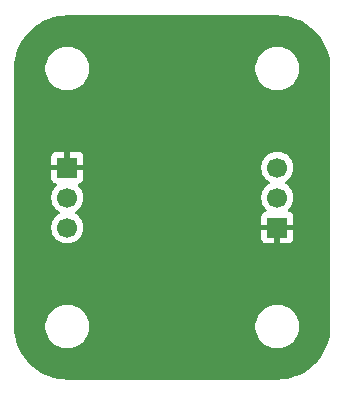
<source format=gbr>
%TF.GenerationSoftware,KiCad,Pcbnew,9.0.7*%
%TF.CreationDate,2026-01-27T19:55:09-08:00*%
%TF.ProjectId,gm_pogopin,676d5f70-6f67-46f7-9069-6e2e6b696361,rev?*%
%TF.SameCoordinates,Original*%
%TF.FileFunction,Copper,L2,Bot*%
%TF.FilePolarity,Positive*%
%FSLAX46Y46*%
G04 Gerber Fmt 4.6, Leading zero omitted, Abs format (unit mm)*
G04 Created by KiCad (PCBNEW 9.0.7) date 2026-01-27 19:55:09*
%MOMM*%
%LPD*%
G01*
G04 APERTURE LIST*
%TA.AperFunction,ComponentPad*%
%ADD10R,1.700000X1.700000*%
%TD*%
%TA.AperFunction,ComponentPad*%
%ADD11C,1.700000*%
%TD*%
%TA.AperFunction,ViaPad*%
%ADD12C,1.000000*%
%TD*%
G04 APERTURE END LIST*
D10*
%TO.P,J2,1,Pin_1*%
%TO.N,GND*%
X163830000Y-89662000D03*
D11*
%TO.P,J2,2,Pin_2*%
%TO.N,VCC*%
X163830000Y-87122000D03*
%TO.P,J2,3,Pin_3*%
%TO.N,/DATA2*%
X163830000Y-84582000D03*
%TD*%
D10*
%TO.P,J1,1,Pin_1*%
%TO.N,GND*%
X146050000Y-84582000D03*
D11*
%TO.P,J1,2,Pin_2*%
%TO.N,VCC*%
X146050000Y-87122000D03*
%TO.P,J1,3,Pin_3*%
%TO.N,/DATA1*%
X146050000Y-89662000D03*
%TD*%
D12*
%TO.N,GND*%
X157850000Y-83300000D03*
X146000000Y-80500000D03*
X163780000Y-80500000D03*
X163805000Y-93500000D03*
X146000000Y-93500000D03*
%TD*%
%TA.AperFunction,Conductor*%
%TO.N,GND*%
G36*
X163832702Y-71700617D02*
G01*
X164216771Y-71717386D01*
X164227506Y-71718326D01*
X164605971Y-71768152D01*
X164616597Y-71770025D01*
X164989284Y-71852648D01*
X164999710Y-71855442D01*
X165363765Y-71970227D01*
X165373911Y-71973920D01*
X165726578Y-72120000D01*
X165736369Y-72124566D01*
X166074942Y-72300816D01*
X166084310Y-72306224D01*
X166406244Y-72511318D01*
X166415105Y-72517523D01*
X166717930Y-72749889D01*
X166726217Y-72756843D01*
X167007635Y-73014715D01*
X167015284Y-73022364D01*
X167273156Y-73303782D01*
X167280110Y-73312069D01*
X167512476Y-73614894D01*
X167518681Y-73623755D01*
X167723775Y-73945689D01*
X167729183Y-73955057D01*
X167905430Y-74293623D01*
X167910002Y-74303427D01*
X168056075Y-74656078D01*
X168059775Y-74666244D01*
X168174554Y-75030278D01*
X168177354Y-75040727D01*
X168259971Y-75413389D01*
X168261849Y-75424042D01*
X168311671Y-75802473D01*
X168312614Y-75813249D01*
X168329382Y-76197297D01*
X168329500Y-76202706D01*
X168329500Y-98041293D01*
X168329382Y-98046702D01*
X168312614Y-98430750D01*
X168311671Y-98441526D01*
X168261849Y-98819957D01*
X168259971Y-98830610D01*
X168177354Y-99203272D01*
X168174554Y-99213721D01*
X168059775Y-99577755D01*
X168056075Y-99587921D01*
X167910002Y-99940572D01*
X167905430Y-99950376D01*
X167729183Y-100288942D01*
X167723775Y-100298310D01*
X167518681Y-100620244D01*
X167512476Y-100629105D01*
X167280110Y-100931930D01*
X167273156Y-100940217D01*
X167015284Y-101221635D01*
X167007635Y-101229284D01*
X166726217Y-101487156D01*
X166717930Y-101494110D01*
X166415105Y-101726476D01*
X166406244Y-101732681D01*
X166084310Y-101937775D01*
X166074942Y-101943183D01*
X165736376Y-102119430D01*
X165726572Y-102124002D01*
X165373921Y-102270075D01*
X165363755Y-102273775D01*
X164999721Y-102388554D01*
X164989272Y-102391354D01*
X164616610Y-102473971D01*
X164605957Y-102475849D01*
X164227526Y-102525671D01*
X164216750Y-102526614D01*
X163832703Y-102543382D01*
X163827294Y-102543500D01*
X146052706Y-102543500D01*
X146047297Y-102543382D01*
X145663249Y-102526614D01*
X145652473Y-102525671D01*
X145274042Y-102475849D01*
X145263389Y-102473971D01*
X144890727Y-102391354D01*
X144880278Y-102388554D01*
X144516244Y-102273775D01*
X144506078Y-102270075D01*
X144153427Y-102124002D01*
X144143623Y-102119430D01*
X143805057Y-101943183D01*
X143795689Y-101937775D01*
X143473755Y-101732681D01*
X143464894Y-101726476D01*
X143162069Y-101494110D01*
X143153782Y-101487156D01*
X142872364Y-101229284D01*
X142864715Y-101221635D01*
X142606843Y-100940217D01*
X142599889Y-100931930D01*
X142367523Y-100629105D01*
X142361318Y-100620244D01*
X142156224Y-100298310D01*
X142150816Y-100288942D01*
X141974569Y-99950376D01*
X141969997Y-99940572D01*
X141823920Y-99587911D01*
X141820224Y-99577755D01*
X141705442Y-99213710D01*
X141702648Y-99203284D01*
X141620025Y-98830597D01*
X141618152Y-98819971D01*
X141568326Y-98441506D01*
X141567386Y-98430771D01*
X141550618Y-98046702D01*
X141550500Y-98041293D01*
X141550500Y-97922711D01*
X144199500Y-97922711D01*
X144199500Y-98165288D01*
X144231161Y-98405785D01*
X144293947Y-98640104D01*
X144386773Y-98864205D01*
X144386776Y-98864212D01*
X144508064Y-99074289D01*
X144508066Y-99074292D01*
X144508067Y-99074293D01*
X144655733Y-99266736D01*
X144655739Y-99266743D01*
X144827256Y-99438260D01*
X144827262Y-99438265D01*
X145019711Y-99585936D01*
X145229788Y-99707224D01*
X145453900Y-99800054D01*
X145688211Y-99862838D01*
X145868586Y-99886584D01*
X145928711Y-99894500D01*
X145928712Y-99894500D01*
X146171289Y-99894500D01*
X146219388Y-99888167D01*
X146411789Y-99862838D01*
X146646100Y-99800054D01*
X146870212Y-99707224D01*
X147080289Y-99585936D01*
X147272738Y-99438265D01*
X147444265Y-99266738D01*
X147591936Y-99074289D01*
X147713224Y-98864212D01*
X147806054Y-98640100D01*
X147868838Y-98405789D01*
X147900500Y-98165288D01*
X147900500Y-97922712D01*
X147900500Y-97922711D01*
X161979500Y-97922711D01*
X161979500Y-98165288D01*
X162011161Y-98405785D01*
X162073947Y-98640104D01*
X162166773Y-98864205D01*
X162166776Y-98864212D01*
X162288064Y-99074289D01*
X162288066Y-99074292D01*
X162288067Y-99074293D01*
X162435733Y-99266736D01*
X162435739Y-99266743D01*
X162607256Y-99438260D01*
X162607262Y-99438265D01*
X162799711Y-99585936D01*
X163009788Y-99707224D01*
X163233900Y-99800054D01*
X163468211Y-99862838D01*
X163648586Y-99886584D01*
X163708711Y-99894500D01*
X163708712Y-99894500D01*
X163951289Y-99894500D01*
X163999388Y-99888167D01*
X164191789Y-99862838D01*
X164426100Y-99800054D01*
X164650212Y-99707224D01*
X164860289Y-99585936D01*
X165052738Y-99438265D01*
X165224265Y-99266738D01*
X165371936Y-99074289D01*
X165493224Y-98864212D01*
X165586054Y-98640100D01*
X165648838Y-98405789D01*
X165680500Y-98165288D01*
X165680500Y-97922712D01*
X165648838Y-97682211D01*
X165586054Y-97447900D01*
X165493224Y-97223788D01*
X165371936Y-97013711D01*
X165224265Y-96821262D01*
X165224260Y-96821256D01*
X165052743Y-96649739D01*
X165052736Y-96649733D01*
X164860293Y-96502067D01*
X164860292Y-96502066D01*
X164860289Y-96502064D01*
X164650212Y-96380776D01*
X164650205Y-96380773D01*
X164426104Y-96287947D01*
X164191785Y-96225161D01*
X163951289Y-96193500D01*
X163951288Y-96193500D01*
X163708712Y-96193500D01*
X163708711Y-96193500D01*
X163468214Y-96225161D01*
X163233895Y-96287947D01*
X163009794Y-96380773D01*
X163009785Y-96380777D01*
X162799706Y-96502067D01*
X162607263Y-96649733D01*
X162607256Y-96649739D01*
X162435739Y-96821256D01*
X162435733Y-96821263D01*
X162288067Y-97013706D01*
X162166777Y-97223785D01*
X162166773Y-97223794D01*
X162073947Y-97447895D01*
X162011161Y-97682214D01*
X161979500Y-97922711D01*
X147900500Y-97922711D01*
X147868838Y-97682211D01*
X147806054Y-97447900D01*
X147713224Y-97223788D01*
X147591936Y-97013711D01*
X147444265Y-96821262D01*
X147444260Y-96821256D01*
X147272743Y-96649739D01*
X147272736Y-96649733D01*
X147080293Y-96502067D01*
X147080292Y-96502066D01*
X147080289Y-96502064D01*
X146870212Y-96380776D01*
X146870205Y-96380773D01*
X146646104Y-96287947D01*
X146411785Y-96225161D01*
X146171289Y-96193500D01*
X146171288Y-96193500D01*
X145928712Y-96193500D01*
X145928711Y-96193500D01*
X145688214Y-96225161D01*
X145453895Y-96287947D01*
X145229794Y-96380773D01*
X145229785Y-96380777D01*
X145019706Y-96502067D01*
X144827263Y-96649733D01*
X144827256Y-96649739D01*
X144655739Y-96821256D01*
X144655733Y-96821263D01*
X144508067Y-97013706D01*
X144386777Y-97223785D01*
X144386773Y-97223794D01*
X144293947Y-97447895D01*
X144231161Y-97682214D01*
X144199500Y-97922711D01*
X141550500Y-97922711D01*
X141550500Y-87015713D01*
X144699500Y-87015713D01*
X144699500Y-87228286D01*
X144732753Y-87438239D01*
X144798444Y-87640414D01*
X144894951Y-87829820D01*
X145019890Y-88001786D01*
X145170213Y-88152109D01*
X145342182Y-88277050D01*
X145350946Y-88281516D01*
X145401742Y-88329491D01*
X145418536Y-88397312D01*
X145395998Y-88463447D01*
X145350946Y-88502484D01*
X145342182Y-88506949D01*
X145170213Y-88631890D01*
X145019890Y-88782213D01*
X144894951Y-88954179D01*
X144798444Y-89143585D01*
X144732753Y-89345760D01*
X144699500Y-89555713D01*
X144699500Y-89768286D01*
X144732753Y-89978239D01*
X144798444Y-90180414D01*
X144894951Y-90369820D01*
X145019890Y-90541786D01*
X145170213Y-90692109D01*
X145342179Y-90817048D01*
X145342181Y-90817049D01*
X145342184Y-90817051D01*
X145531588Y-90913557D01*
X145733757Y-90979246D01*
X145943713Y-91012500D01*
X145943714Y-91012500D01*
X146156286Y-91012500D01*
X146156287Y-91012500D01*
X146366243Y-90979246D01*
X146568412Y-90913557D01*
X146757816Y-90817051D01*
X146844471Y-90754093D01*
X146929786Y-90692109D01*
X146929788Y-90692106D01*
X146929792Y-90692104D01*
X147080104Y-90541792D01*
X147080106Y-90541788D01*
X147080109Y-90541786D01*
X147205048Y-90369820D01*
X147205047Y-90369820D01*
X147205051Y-90369816D01*
X147301557Y-90180412D01*
X147367246Y-89978243D01*
X147400500Y-89768287D01*
X147400500Y-89555713D01*
X147367246Y-89345757D01*
X147301557Y-89143588D01*
X147205051Y-88954184D01*
X147205049Y-88954181D01*
X147205048Y-88954179D01*
X147080109Y-88782213D01*
X146929786Y-88631890D01*
X146757820Y-88506951D01*
X146757115Y-88506591D01*
X146749054Y-88502485D01*
X146698259Y-88454512D01*
X146681463Y-88386692D01*
X146703999Y-88320556D01*
X146749054Y-88281515D01*
X146757816Y-88277051D01*
X146847020Y-88212241D01*
X146929786Y-88152109D01*
X146929788Y-88152106D01*
X146929792Y-88152104D01*
X147080104Y-88001792D01*
X147080106Y-88001788D01*
X147080109Y-88001786D01*
X147205048Y-87829820D01*
X147205047Y-87829820D01*
X147205051Y-87829816D01*
X147301557Y-87640412D01*
X147367246Y-87438243D01*
X147400500Y-87228287D01*
X147400500Y-87015713D01*
X147367246Y-86805757D01*
X147301557Y-86603588D01*
X147205051Y-86414184D01*
X147205049Y-86414181D01*
X147205048Y-86414179D01*
X147080109Y-86242213D01*
X146966181Y-86128285D01*
X146932696Y-86066962D01*
X146937680Y-85997270D01*
X146979552Y-85941337D01*
X147010529Y-85924422D01*
X147142086Y-85875354D01*
X147142093Y-85875350D01*
X147257187Y-85789190D01*
X147257190Y-85789187D01*
X147343350Y-85674093D01*
X147343354Y-85674086D01*
X147393596Y-85539379D01*
X147393598Y-85539372D01*
X147399999Y-85479844D01*
X147400000Y-85479827D01*
X147400000Y-84832000D01*
X146483012Y-84832000D01*
X146515925Y-84774993D01*
X146550000Y-84647826D01*
X146550000Y-84516174D01*
X146539158Y-84475713D01*
X162479500Y-84475713D01*
X162479500Y-84688286D01*
X162512753Y-84898239D01*
X162578444Y-85100414D01*
X162674951Y-85289820D01*
X162799890Y-85461786D01*
X162950213Y-85612109D01*
X163122182Y-85737050D01*
X163130946Y-85741516D01*
X163181742Y-85789491D01*
X163198536Y-85857312D01*
X163175998Y-85923447D01*
X163130946Y-85962484D01*
X163122182Y-85966949D01*
X162950213Y-86091890D01*
X162799890Y-86242213D01*
X162674951Y-86414179D01*
X162578444Y-86603585D01*
X162512753Y-86805760D01*
X162479500Y-87015713D01*
X162479500Y-87228286D01*
X162512753Y-87438239D01*
X162578444Y-87640414D01*
X162674951Y-87829820D01*
X162799890Y-88001786D01*
X162913818Y-88115714D01*
X162947303Y-88177037D01*
X162942319Y-88246729D01*
X162900447Y-88302662D01*
X162869471Y-88319577D01*
X162737912Y-88368646D01*
X162737906Y-88368649D01*
X162622812Y-88454809D01*
X162622809Y-88454812D01*
X162536649Y-88569906D01*
X162536645Y-88569913D01*
X162486403Y-88704620D01*
X162486401Y-88704627D01*
X162480000Y-88764155D01*
X162480000Y-89412000D01*
X163396988Y-89412000D01*
X163364075Y-89469007D01*
X163330000Y-89596174D01*
X163330000Y-89727826D01*
X163364075Y-89854993D01*
X163396988Y-89912000D01*
X162480000Y-89912000D01*
X162480000Y-90559844D01*
X162486401Y-90619372D01*
X162486403Y-90619379D01*
X162536645Y-90754086D01*
X162536649Y-90754093D01*
X162622809Y-90869187D01*
X162622812Y-90869190D01*
X162737906Y-90955350D01*
X162737913Y-90955354D01*
X162872620Y-91005596D01*
X162872627Y-91005598D01*
X162932155Y-91011999D01*
X162932172Y-91012000D01*
X163580000Y-91012000D01*
X163580000Y-90095012D01*
X163637007Y-90127925D01*
X163764174Y-90162000D01*
X163895826Y-90162000D01*
X164022993Y-90127925D01*
X164080000Y-90095012D01*
X164080000Y-91012000D01*
X164727828Y-91012000D01*
X164727844Y-91011999D01*
X164787372Y-91005598D01*
X164787379Y-91005596D01*
X164922086Y-90955354D01*
X164922093Y-90955350D01*
X165037187Y-90869190D01*
X165037190Y-90869187D01*
X165123350Y-90754093D01*
X165123354Y-90754086D01*
X165173596Y-90619379D01*
X165173598Y-90619372D01*
X165179999Y-90559844D01*
X165180000Y-90559827D01*
X165180000Y-89912000D01*
X164263012Y-89912000D01*
X164295925Y-89854993D01*
X164330000Y-89727826D01*
X164330000Y-89596174D01*
X164295925Y-89469007D01*
X164263012Y-89412000D01*
X165180000Y-89412000D01*
X165180000Y-88764172D01*
X165179999Y-88764155D01*
X165173598Y-88704627D01*
X165173596Y-88704620D01*
X165123354Y-88569913D01*
X165123350Y-88569906D01*
X165037190Y-88454812D01*
X165037187Y-88454809D01*
X164922093Y-88368649D01*
X164922088Y-88368646D01*
X164790528Y-88319577D01*
X164734595Y-88277705D01*
X164710178Y-88212241D01*
X164725030Y-88143968D01*
X164746175Y-88115720D01*
X164860104Y-88001792D01*
X164985051Y-87829816D01*
X165081557Y-87640412D01*
X165147246Y-87438243D01*
X165180500Y-87228287D01*
X165180500Y-87015713D01*
X165147246Y-86805757D01*
X165081557Y-86603588D01*
X164985051Y-86414184D01*
X164985049Y-86414181D01*
X164985048Y-86414179D01*
X164860109Y-86242213D01*
X164709786Y-86091890D01*
X164537820Y-85966951D01*
X164537115Y-85966591D01*
X164529054Y-85962485D01*
X164478259Y-85914512D01*
X164461463Y-85846692D01*
X164483999Y-85780556D01*
X164529054Y-85741515D01*
X164537816Y-85737051D01*
X164624471Y-85674093D01*
X164709786Y-85612109D01*
X164709788Y-85612106D01*
X164709792Y-85612104D01*
X164860104Y-85461792D01*
X164860106Y-85461788D01*
X164860109Y-85461786D01*
X164985048Y-85289820D01*
X164985047Y-85289820D01*
X164985051Y-85289816D01*
X165081557Y-85100412D01*
X165147246Y-84898243D01*
X165180500Y-84688287D01*
X165180500Y-84475713D01*
X165147246Y-84265757D01*
X165081557Y-84063588D01*
X164985051Y-83874184D01*
X164985049Y-83874181D01*
X164985048Y-83874179D01*
X164860109Y-83702213D01*
X164709786Y-83551890D01*
X164537820Y-83426951D01*
X164348414Y-83330444D01*
X164348413Y-83330443D01*
X164348412Y-83330443D01*
X164146243Y-83264754D01*
X164146241Y-83264753D01*
X164146240Y-83264753D01*
X163984957Y-83239208D01*
X163936287Y-83231500D01*
X163723713Y-83231500D01*
X163675042Y-83239208D01*
X163513760Y-83264753D01*
X163311585Y-83330444D01*
X163122179Y-83426951D01*
X162950213Y-83551890D01*
X162799890Y-83702213D01*
X162674951Y-83874179D01*
X162578444Y-84063585D01*
X162512753Y-84265760D01*
X162479500Y-84475713D01*
X146539158Y-84475713D01*
X146515925Y-84389007D01*
X146483012Y-84332000D01*
X147400000Y-84332000D01*
X147400000Y-83684172D01*
X147399999Y-83684155D01*
X147393598Y-83624627D01*
X147393596Y-83624620D01*
X147343354Y-83489913D01*
X147343350Y-83489906D01*
X147257190Y-83374812D01*
X147257187Y-83374809D01*
X147142093Y-83288649D01*
X147142086Y-83288645D01*
X147007379Y-83238403D01*
X147007372Y-83238401D01*
X146947844Y-83232000D01*
X146300000Y-83232000D01*
X146300000Y-84148988D01*
X146242993Y-84116075D01*
X146115826Y-84082000D01*
X145984174Y-84082000D01*
X145857007Y-84116075D01*
X145800000Y-84148988D01*
X145800000Y-83232000D01*
X145152155Y-83232000D01*
X145092627Y-83238401D01*
X145092620Y-83238403D01*
X144957913Y-83288645D01*
X144957906Y-83288649D01*
X144842812Y-83374809D01*
X144842809Y-83374812D01*
X144756649Y-83489906D01*
X144756645Y-83489913D01*
X144706403Y-83624620D01*
X144706401Y-83624627D01*
X144700000Y-83684155D01*
X144700000Y-84332000D01*
X145616988Y-84332000D01*
X145584075Y-84389007D01*
X145550000Y-84516174D01*
X145550000Y-84647826D01*
X145584075Y-84774993D01*
X145616988Y-84832000D01*
X144700000Y-84832000D01*
X144700000Y-85479844D01*
X144706401Y-85539372D01*
X144706403Y-85539379D01*
X144756645Y-85674086D01*
X144756649Y-85674093D01*
X144842809Y-85789187D01*
X144842812Y-85789190D01*
X144957906Y-85875350D01*
X144957913Y-85875354D01*
X145089470Y-85924422D01*
X145145404Y-85966293D01*
X145169821Y-86031758D01*
X145154969Y-86100031D01*
X145133819Y-86128285D01*
X145019889Y-86242215D01*
X144894951Y-86414179D01*
X144798444Y-86603585D01*
X144732753Y-86805760D01*
X144699500Y-87015713D01*
X141550500Y-87015713D01*
X141550500Y-76202706D01*
X141550618Y-76197297D01*
X141555796Y-76078711D01*
X144199500Y-76078711D01*
X144199500Y-76321288D01*
X144231161Y-76561785D01*
X144293947Y-76796104D01*
X144386773Y-77020205D01*
X144386776Y-77020212D01*
X144508064Y-77230289D01*
X144508066Y-77230292D01*
X144508067Y-77230293D01*
X144655733Y-77422736D01*
X144655739Y-77422743D01*
X144827256Y-77594260D01*
X144827262Y-77594265D01*
X145019711Y-77741936D01*
X145229788Y-77863224D01*
X145453900Y-77956054D01*
X145688211Y-78018838D01*
X145868586Y-78042584D01*
X145928711Y-78050500D01*
X145928712Y-78050500D01*
X146171289Y-78050500D01*
X146219388Y-78044167D01*
X146411789Y-78018838D01*
X146646100Y-77956054D01*
X146870212Y-77863224D01*
X147080289Y-77741936D01*
X147272738Y-77594265D01*
X147444265Y-77422738D01*
X147591936Y-77230289D01*
X147713224Y-77020212D01*
X147806054Y-76796100D01*
X147868838Y-76561789D01*
X147900500Y-76321288D01*
X147900500Y-76078712D01*
X147900500Y-76078711D01*
X161979500Y-76078711D01*
X161979500Y-76321288D01*
X162011161Y-76561785D01*
X162073947Y-76796104D01*
X162166773Y-77020205D01*
X162166776Y-77020212D01*
X162288064Y-77230289D01*
X162288066Y-77230292D01*
X162288067Y-77230293D01*
X162435733Y-77422736D01*
X162435739Y-77422743D01*
X162607256Y-77594260D01*
X162607262Y-77594265D01*
X162799711Y-77741936D01*
X163009788Y-77863224D01*
X163233900Y-77956054D01*
X163468211Y-78018838D01*
X163648586Y-78042584D01*
X163708711Y-78050500D01*
X163708712Y-78050500D01*
X163951289Y-78050500D01*
X163999388Y-78044167D01*
X164191789Y-78018838D01*
X164426100Y-77956054D01*
X164650212Y-77863224D01*
X164860289Y-77741936D01*
X165052738Y-77594265D01*
X165224265Y-77422738D01*
X165371936Y-77230289D01*
X165493224Y-77020212D01*
X165586054Y-76796100D01*
X165648838Y-76561789D01*
X165680500Y-76321288D01*
X165680500Y-76078712D01*
X165679253Y-76069243D01*
X165648838Y-75838214D01*
X165648838Y-75838211D01*
X165586054Y-75603900D01*
X165493224Y-75379788D01*
X165371936Y-75169711D01*
X165224265Y-74977262D01*
X165224260Y-74977256D01*
X165052743Y-74805739D01*
X165052736Y-74805733D01*
X164860293Y-74658067D01*
X164860292Y-74658066D01*
X164860289Y-74658064D01*
X164650212Y-74536776D01*
X164650205Y-74536773D01*
X164426104Y-74443947D01*
X164191785Y-74381161D01*
X163951289Y-74349500D01*
X163951288Y-74349500D01*
X163708712Y-74349500D01*
X163708711Y-74349500D01*
X163468214Y-74381161D01*
X163233895Y-74443947D01*
X163009794Y-74536773D01*
X163009785Y-74536777D01*
X162799706Y-74658067D01*
X162607263Y-74805733D01*
X162607256Y-74805739D01*
X162435739Y-74977256D01*
X162435733Y-74977263D01*
X162288067Y-75169706D01*
X162166777Y-75379785D01*
X162166773Y-75379794D01*
X162073947Y-75603895D01*
X162011161Y-75838214D01*
X161979500Y-76078711D01*
X147900500Y-76078711D01*
X147899253Y-76069243D01*
X147868838Y-75838214D01*
X147868838Y-75838211D01*
X147806054Y-75603900D01*
X147713224Y-75379788D01*
X147591936Y-75169711D01*
X147444265Y-74977262D01*
X147444260Y-74977256D01*
X147272743Y-74805739D01*
X147272736Y-74805733D01*
X147080293Y-74658067D01*
X147080292Y-74658066D01*
X147080289Y-74658064D01*
X146870212Y-74536776D01*
X146870205Y-74536773D01*
X146646104Y-74443947D01*
X146411785Y-74381161D01*
X146171289Y-74349500D01*
X146171288Y-74349500D01*
X145928712Y-74349500D01*
X145928711Y-74349500D01*
X145688214Y-74381161D01*
X145453895Y-74443947D01*
X145229794Y-74536773D01*
X145229785Y-74536777D01*
X145019706Y-74658067D01*
X144827263Y-74805733D01*
X144827256Y-74805739D01*
X144655739Y-74977256D01*
X144655733Y-74977263D01*
X144508067Y-75169706D01*
X144386777Y-75379785D01*
X144386773Y-75379794D01*
X144293947Y-75603895D01*
X144231161Y-75838214D01*
X144199500Y-76078711D01*
X141555796Y-76078711D01*
X141556209Y-76069244D01*
X141556209Y-76069243D01*
X141560433Y-75972498D01*
X141567386Y-75813228D01*
X141568326Y-75802495D01*
X141618152Y-75424025D01*
X141620025Y-75413405D01*
X141702649Y-75040709D01*
X141705440Y-75030295D01*
X141820230Y-74666227D01*
X141823917Y-74656095D01*
X141970003Y-74303412D01*
X141974561Y-74293638D01*
X142150822Y-73955045D01*
X142156217Y-73945700D01*
X142361325Y-73623744D01*
X142367515Y-73614905D01*
X142599896Y-73312060D01*
X142606834Y-73303791D01*
X142864726Y-73022352D01*
X142872352Y-73014726D01*
X143153791Y-72756834D01*
X143162060Y-72749896D01*
X143464905Y-72517515D01*
X143473744Y-72511325D01*
X143795700Y-72306217D01*
X143805045Y-72300822D01*
X144143638Y-72124561D01*
X144153412Y-72120003D01*
X144506095Y-71973917D01*
X144516227Y-71970230D01*
X144880295Y-71855440D01*
X144890709Y-71852649D01*
X145263405Y-71770025D01*
X145274025Y-71768152D01*
X145652495Y-71718326D01*
X145663226Y-71717386D01*
X146047297Y-71700617D01*
X146052706Y-71700500D01*
X146115892Y-71700500D01*
X163764108Y-71700500D01*
X163827294Y-71700500D01*
X163832702Y-71700617D01*
G37*
%TD.AperFunction*%
%TD*%
M02*

</source>
